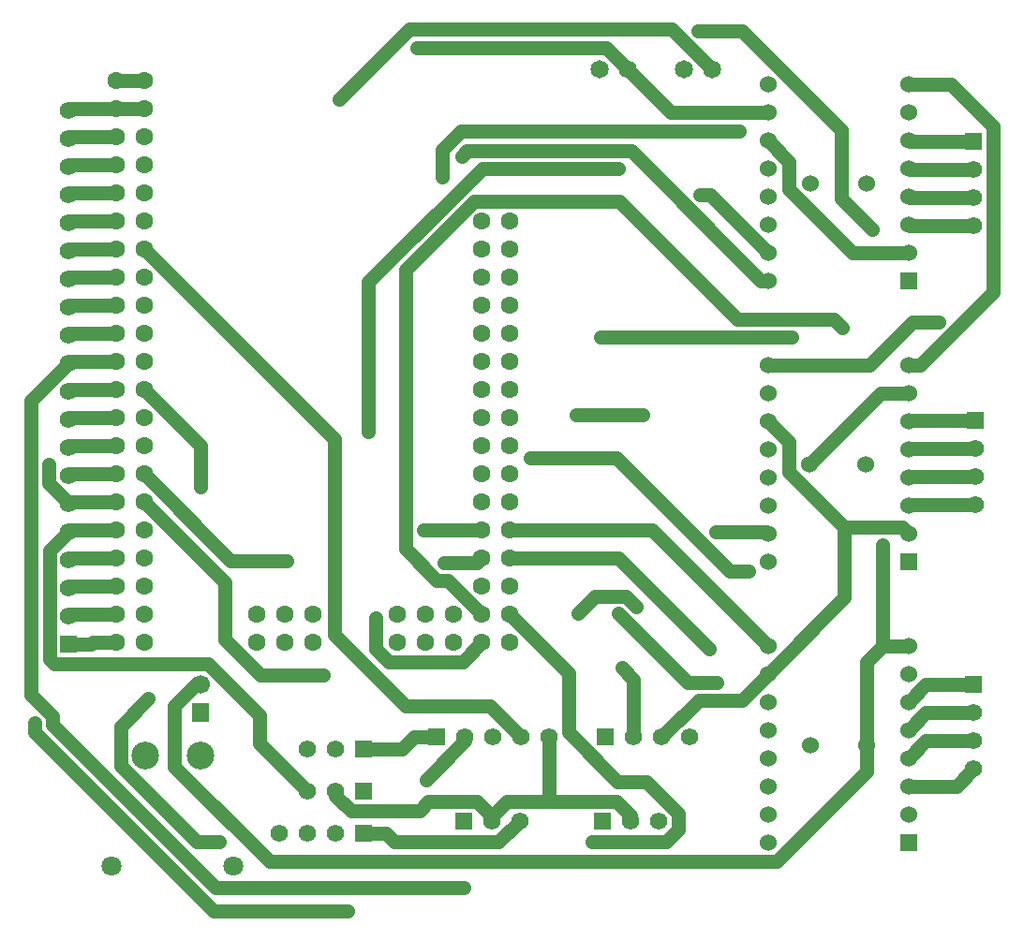
<source format=gtl>
G04 Layer: TopLayer*
G04 EasyEDA v6.5.54, 2026-02-03 19:04:38*
G04 9173210c2a1045c2b90a711feb310df5,b3696df828ae431383eed25e92d68677,10*
G04 Gerber Generator version 0.2*
G04 Scale: 100 percent, Rotated: No, Reflected: No *
G04 Dimensions in millimeters *
G04 leading zeros omitted , absolute positions ,4 integer and 5 decimal *
%FSLAX45Y45*%
%MOMM*%

%ADD10C,1.2540*%
%ADD11C,1.5240*%
%ADD12C,1.5748*%
%ADD13R,1.5748X1.5748*%
%ADD14R,1.5240X1.5240*%
%ADD15C,2.5000*%
%ADD16C,1.8000*%
%ADD17R,1.5748X1.7000*%
%ADD18R,0.0196X1.7000*%
%ADD19C,1.7000*%
%ADD20C,1.6510*%
%ADD21C,1.6000*%
%ADD22C,0.6100*%

%LPD*%
D10*
X8636000Y1778000D02*
G01*
X9619310Y1778000D01*
X10440543Y956767D01*
X12827000Y635000D02*
G01*
X12394184Y635000D01*
X12238481Y479297D01*
X12827000Y381000D02*
G01*
X12394184Y381000D01*
X12238481Y225297D01*
X12827000Y127000D02*
G01*
X12394184Y127000D01*
X12238481Y-28702D01*
X12827000Y-127000D02*
G01*
X12671297Y-282702D01*
X12238481Y-282702D01*
X12839700Y3022600D02*
G01*
X12241784Y3022600D01*
X12238481Y3019297D01*
X12839700Y2768600D02*
G01*
X12241784Y2768600D01*
X12238481Y2765297D01*
X12839700Y2514600D02*
G01*
X12241784Y2514600D01*
X12238481Y2511297D01*
X12839700Y2260600D02*
G01*
X12241784Y2260600D01*
X12238481Y2257297D01*
X12827000Y5549900D02*
G01*
X12247879Y5549900D01*
X12238481Y5559297D01*
X12827000Y5295900D02*
G01*
X12247879Y5295900D01*
X12238481Y5305297D01*
X12827000Y5041900D02*
G01*
X12247879Y5041900D01*
X12238481Y5051297D01*
X12827000Y4787900D02*
G01*
X12247879Y4787900D01*
X12238481Y4797297D01*
X8636000Y2032000D02*
G01*
X9923830Y2032000D01*
X10968685Y987145D01*
X5080000Y5588000D02*
G01*
X4660900Y5588000D01*
X4648200Y5575300D01*
X5080000Y5334000D02*
G01*
X4660900Y5334000D01*
X4648200Y5321300D01*
X5080000Y5080000D02*
G01*
X4660900Y5080000D01*
X4648200Y5067300D01*
X5080000Y4826000D02*
G01*
X4660900Y4826000D01*
X4648200Y4813300D01*
X5080000Y4572000D02*
G01*
X4660900Y4572000D01*
X4648200Y4559300D01*
X5080000Y4318000D02*
G01*
X4660900Y4318000D01*
X4648200Y4305300D01*
X5080000Y4064000D02*
G01*
X4660900Y4064000D01*
X4648200Y4051300D01*
X5080000Y3810000D02*
G01*
X4660900Y3810000D01*
X4648200Y3797300D01*
X5080000Y3302000D02*
G01*
X4660900Y3302000D01*
X4648200Y3289300D01*
X5080000Y3048000D02*
G01*
X4660900Y3048000D01*
X4648200Y3035300D01*
X5080000Y1778000D02*
G01*
X4660900Y1778000D01*
X4648200Y1765300D01*
X5080000Y1524000D02*
G01*
X4660900Y1524000D01*
X4648200Y1511300D01*
X5080000Y1270000D02*
G01*
X4660900Y1270000D01*
X4648200Y1257300D01*
X5080000Y1016000D02*
G01*
X4865115Y1016000D01*
X4852415Y1003300D01*
X4648200Y1003300D02*
G01*
X4852415Y1003300D01*
X5334000Y4572000D02*
G01*
X7049109Y2856890D01*
X7049109Y1090066D01*
X7694040Y445135D01*
X8457565Y445135D01*
X8737600Y165100D01*
X5080000Y2032000D02*
G01*
X4660900Y2032000D01*
X4648200Y2019300D01*
X6807200Y-330200D02*
G01*
X6373571Y103428D01*
X6373571Y361873D01*
X5910249Y825195D01*
X4516526Y825195D01*
X4474565Y867155D01*
X4474565Y1845665D01*
X4648200Y2019300D01*
X5080000Y2794000D02*
G01*
X4660900Y2794000D01*
X4648200Y2781300D01*
X5080000Y3556000D02*
G01*
X4660900Y3556000D01*
X4648200Y3543300D01*
X8216900Y-1196568D02*
G01*
X5974283Y-1196568D01*
X4502886Y274828D01*
X4502886Y352755D01*
X4311827Y543813D01*
X4311827Y3206927D01*
X4648200Y3543300D01*
X5080000Y2540000D02*
G01*
X4660900Y2540000D01*
X4648200Y2527300D01*
X8229600Y165100D02*
G01*
X8229600Y126695D01*
X7878749Y-224154D01*
X7358761Y2927095D02*
G01*
X7358761Y4276674D01*
X8385225Y5303138D01*
X9616643Y5303138D01*
X8382000Y2032000D02*
G01*
X7855965Y2032000D01*
X9616643Y1278331D02*
G01*
X10239044Y655929D01*
X10503788Y655929D01*
X9702800Y6197600D02*
G01*
X10087254Y5813145D01*
X10968685Y5813145D01*
X10968685Y5559145D02*
G01*
X11161242Y5366588D01*
X11161242Y5115940D01*
X11733885Y4543297D01*
X12238481Y4543297D01*
X7061200Y-330200D02*
G01*
X7061200Y-367868D01*
X7200138Y-506806D01*
X7817891Y-506806D01*
X7901431Y-423265D01*
X8334933Y-423265D01*
X8470900Y-559231D01*
X8470900Y-559231D02*
G01*
X8470900Y-596900D01*
X8991600Y-423240D02*
G01*
X8991600Y165100D01*
X8470900Y-559231D02*
G01*
X8606891Y-423240D01*
X8991600Y-423240D01*
X8991600Y-423240D02*
G01*
X9601200Y-423240D01*
X9728200Y-550240D01*
X9728200Y-596900D01*
X9702800Y6197600D02*
G01*
X9506661Y6393738D01*
X7796098Y6393738D01*
X10968685Y3019145D02*
G01*
X11154892Y2832938D01*
X11154892Y2559557D01*
X11657406Y2057044D01*
X12238481Y2003297D02*
G01*
X12184735Y2057044D01*
X11657406Y2057044D01*
X11657406Y2057044D02*
G01*
X11657406Y1421866D01*
X10968685Y733145D01*
X10007600Y165100D02*
G01*
X10340822Y498322D01*
X10733862Y498322D01*
X10968685Y733145D01*
X10495025Y2016048D02*
G01*
X10955781Y2016048D01*
X10968685Y2003145D01*
X9249130Y1282445D02*
G01*
X9402648Y1435963D01*
X9682886Y1435963D01*
X9776459Y1342389D01*
X9753600Y165100D02*
G01*
X9753600Y684580D01*
X9650349Y787831D01*
X4345279Y287477D02*
G01*
X4345279Y208534D01*
X5961837Y-1408023D01*
X7169429Y-1408023D01*
X4648200Y2279650D02*
G01*
X4648200Y2273300D01*
X5080000Y2286000D02*
G01*
X4654550Y2286000D01*
X4648200Y2279650D01*
X4648200Y2279650D02*
G01*
X4472000Y2455849D01*
X4472000Y2629560D01*
X6011214Y-786764D02*
G01*
X5802706Y-786764D01*
X5116804Y-100863D01*
X5116804Y260502D01*
X5367375Y511073D01*
X5334000Y2540000D02*
G01*
X6114389Y1759610D01*
X6623075Y1759610D01*
X5334000Y5842000D02*
G01*
X5080000Y5842000D01*
X5080000Y5842000D02*
G01*
X4660900Y5842000D01*
X4648200Y5829300D01*
X12238481Y3273297D02*
G01*
X11985497Y3273297D01*
X11341100Y2628900D01*
X7519415Y-711200D02*
G01*
X7596352Y-788136D01*
X8533663Y-788136D01*
X8724900Y-596900D01*
X7315200Y-711200D02*
G01*
X7519415Y-711200D01*
X7315200Y50800D02*
G01*
X7657084Y50800D01*
X7771384Y165100D01*
X7975600Y165100D02*
G01*
X7771384Y165100D01*
X5334000Y2286000D02*
G01*
X6057900Y1562100D01*
X6057900Y1043431D01*
X6381750Y719581D01*
X6946011Y719581D01*
X5334000Y3302000D02*
G01*
X5839434Y2796565D01*
X5839434Y2425369D01*
X12512141Y3916984D02*
G01*
X12276124Y3916984D01*
X11886285Y3527145D01*
X10968685Y3527145D01*
X8636000Y1270000D02*
G01*
X9165234Y740765D01*
X9165234Y203200D01*
X9607499Y-239064D01*
X9870338Y-239064D01*
X10157993Y-526719D01*
X10157993Y-676681D01*
X10051922Y-782751D01*
X9381591Y-782751D01*
X7422768Y1238377D02*
G01*
X7422768Y959485D01*
X7541183Y841070D01*
X8207070Y841070D01*
X8382000Y1016000D01*
X10464800Y6197600D02*
G01*
X10095331Y6567068D01*
X7729474Y6567068D01*
X7094093Y5931687D01*
X10968685Y4289145D02*
G01*
X10904931Y4289145D01*
X9732035Y5462041D01*
X8246795Y5462041D01*
X8200466Y5415711D01*
X5080000Y6096000D02*
G01*
X5334000Y6096000D01*
X11913438Y4751070D02*
G01*
X11632945Y5031562D01*
X11632945Y5649544D01*
X10733049Y6549440D01*
X10336656Y6549440D01*
X11185194Y3780459D02*
G01*
X9459010Y3780459D01*
X8382000Y1778000D02*
G01*
X8340166Y1736166D01*
X8042833Y1736166D01*
X10705465Y5638647D02*
G01*
X8194624Y5638647D01*
X8026984Y5471007D01*
X8026984Y5231231D01*
X10350322Y5066639D02*
G01*
X10445191Y5066639D01*
X10968685Y4543145D01*
X9236532Y3073984D02*
G01*
X9835921Y3073984D01*
X5842000Y635000D02*
G01*
X5798058Y635000D01*
X5605881Y442823D01*
X5605881Y-102971D01*
X6466255Y-963345D01*
X11049228Y-963345D01*
X11861800Y-150774D01*
X11861800Y88900D01*
X12238481Y987297D02*
G01*
X12003963Y987297D01*
X11861800Y88900D02*
G01*
X11861800Y845134D01*
X12003963Y987297D01*
X12003963Y987297D02*
G01*
X12003963Y1898243D01*
X12238481Y3527297D02*
G01*
X12345365Y3527297D01*
X13002107Y4184040D01*
X13002107Y5687415D01*
X12622225Y6067297D01*
X12238481Y6067297D01*
X8818879Y2690139D02*
G01*
X9598050Y2690139D01*
X10626521Y1661668D01*
X10795939Y1661668D01*
X11638406Y3865854D02*
G01*
X11566194Y3938066D01*
X10688802Y3938066D01*
X9623577Y5003292D01*
X8308695Y5003292D01*
X7693736Y4388332D01*
X7693736Y1862353D01*
X7977530Y1578559D01*
X8073440Y1578559D01*
X8382000Y1270000D01*
D11*
G01*
X11353800Y5168900D03*
G01*
X11861800Y5168900D03*
G01*
X11849100Y2628900D03*
G01*
X11341100Y2628900D03*
G01*
X11861800Y88900D03*
G01*
X11353800Y88900D03*
D12*
G01*
X4648200Y5829300D03*
G01*
X4648200Y5575300D03*
G01*
X4648200Y5321300D03*
G01*
X4648200Y5067300D03*
G01*
X4648200Y4813300D03*
G01*
X4648200Y4559300D03*
G01*
X4648200Y4305300D03*
G01*
X4648200Y4051300D03*
G01*
X4648200Y3797300D03*
G01*
X4648200Y3543300D03*
G01*
X4648200Y3289300D03*
G01*
X4648200Y3035300D03*
G01*
X4648200Y2781300D03*
G01*
X4648200Y2527300D03*
G01*
X4648200Y2273300D03*
G01*
X4648200Y2019300D03*
G01*
X4648200Y1765300D03*
G01*
X4648200Y1511300D03*
G01*
X4648200Y1257300D03*
D13*
G01*
X4648200Y1003300D03*
D12*
G01*
X8991600Y165100D03*
G01*
X8737600Y165100D03*
G01*
X8483600Y165100D03*
G01*
X8229600Y165100D03*
D13*
G01*
X7975600Y165100D03*
G01*
X9499600Y165100D03*
D12*
G01*
X9753600Y165100D03*
G01*
X10007600Y165100D03*
G01*
X10261600Y165100D03*
G01*
X9982200Y-596900D03*
G01*
X9728200Y-596900D03*
D13*
G01*
X9474200Y-596900D03*
D12*
G01*
X8724900Y-596900D03*
G01*
X8470900Y-596900D03*
D13*
G01*
X8216900Y-596900D03*
D12*
G01*
X6807200Y-330200D03*
G01*
X7061200Y-330200D03*
D13*
G01*
X7315200Y-330200D03*
D12*
G01*
X6807200Y50800D03*
G01*
X7061200Y50800D03*
D13*
G01*
X7315200Y50800D03*
G01*
X7315200Y-711200D03*
D12*
G01*
X7061200Y-711200D03*
G01*
X6807200Y-711200D03*
G01*
X6553200Y-711200D03*
D14*
G01*
X12238481Y-790702D03*
D11*
G01*
X12238481Y-536702D03*
G01*
X12238481Y-282702D03*
G01*
X12238481Y-28702D03*
G01*
X12238481Y225297D03*
G01*
X12238481Y479297D03*
G01*
X12238481Y733297D03*
G01*
X12238481Y987297D03*
G01*
X10968685Y987145D03*
G01*
X10968685Y733145D03*
G01*
X10968685Y479145D03*
G01*
X10968685Y225145D03*
G01*
X10968685Y-28854D03*
G01*
X10968685Y-282854D03*
G01*
X10968685Y-536854D03*
G01*
X10968685Y-790854D03*
D14*
G01*
X12238481Y4289297D03*
D11*
G01*
X12238481Y4543297D03*
G01*
X12238481Y4797297D03*
G01*
X12238481Y5051297D03*
G01*
X12238481Y5305297D03*
G01*
X12238481Y5559297D03*
G01*
X12238481Y5813297D03*
G01*
X12238481Y6067297D03*
G01*
X10968685Y6067145D03*
G01*
X10968685Y5813145D03*
G01*
X10968685Y5559145D03*
G01*
X10968685Y5305145D03*
G01*
X10968685Y5051145D03*
G01*
X10968685Y4797145D03*
G01*
X10968685Y4543145D03*
G01*
X10968685Y4289145D03*
D14*
G01*
X12238481Y1749297D03*
D11*
G01*
X12238481Y2003297D03*
G01*
X12238481Y2257297D03*
G01*
X12238481Y2511297D03*
G01*
X12238481Y2765297D03*
G01*
X12238481Y3019297D03*
G01*
X12238481Y3273297D03*
G01*
X12238481Y3527297D03*
G01*
X10968685Y3527145D03*
G01*
X10968685Y3273145D03*
G01*
X10968685Y3019145D03*
G01*
X10968685Y2765145D03*
G01*
X10968685Y2511145D03*
G01*
X10968685Y2257145D03*
G01*
X10968685Y2003145D03*
G01*
X10968685Y1749145D03*
D13*
G01*
X12827000Y635000D03*
D12*
G01*
X12827000Y381000D03*
G01*
X12827000Y127000D03*
G01*
X12827000Y-127000D03*
D15*
G01*
X5338013Y-8001D03*
G01*
X5837986Y-8001D03*
D16*
G01*
X6138011Y-1007998D03*
G01*
X5037988Y-1007998D03*
D13*
G01*
X12839700Y3022600D03*
D12*
G01*
X12839700Y2768600D03*
G01*
X12839700Y2514600D03*
G01*
X12839700Y2260600D03*
D13*
G01*
X12827000Y5549900D03*
D12*
G01*
X12827000Y5295900D03*
G01*
X12827000Y5041900D03*
G01*
X12827000Y4787900D03*
D17*
G01*
X5842000Y381000D03*
D19*
G01*
X5842000Y635000D03*
D20*
G01*
X9702800Y6197600D03*
G01*
X9448800Y6197600D03*
D21*
G01*
X5080000Y6096000D03*
G01*
X5080000Y5842000D03*
G01*
X5080000Y5588000D03*
G01*
X5080000Y5334000D03*
G01*
X5080000Y5080000D03*
G01*
X5080000Y4826000D03*
G01*
X5080000Y4572000D03*
G01*
X5080000Y4318000D03*
G01*
X5080000Y4064000D03*
G01*
X5080000Y3810000D03*
G01*
X5080000Y3556000D03*
G01*
X5080000Y3302000D03*
G01*
X5080000Y3048000D03*
G01*
X5080000Y2794000D03*
G01*
X5080000Y2540000D03*
G01*
X5080000Y2286000D03*
G01*
X5080000Y2032000D03*
G01*
X5080000Y1778000D03*
G01*
X5080000Y1524000D03*
G01*
X5080000Y1270000D03*
G01*
X5080000Y1016000D03*
G01*
X5334000Y1016000D03*
G01*
X5334000Y1270000D03*
G01*
X5334000Y1524000D03*
G01*
X5334000Y1778000D03*
G01*
X5334000Y2032000D03*
G01*
X5334000Y2286000D03*
G01*
X5334000Y2540000D03*
G01*
X5334000Y2794000D03*
G01*
X5334000Y3048000D03*
G01*
X5334000Y3302000D03*
G01*
X5334000Y3556000D03*
G01*
X5334000Y3810000D03*
G01*
X5334000Y4064000D03*
G01*
X5334000Y4318000D03*
G01*
X5334000Y4572000D03*
G01*
X5334000Y4826000D03*
G01*
X5334000Y5080000D03*
G01*
X5334000Y5334000D03*
G01*
X5334000Y5588000D03*
G01*
X5334000Y5842000D03*
G01*
X5334000Y6096000D03*
G01*
X6350000Y1016000D03*
G01*
X6604000Y1016000D03*
G01*
X6858000Y1016000D03*
G01*
X6858000Y1270000D03*
G01*
X6604000Y1270000D03*
G01*
X6350000Y1270000D03*
G01*
X8382000Y4826000D03*
G01*
X8382000Y4572000D03*
G01*
X8382000Y4318000D03*
G01*
X8382000Y4064000D03*
G01*
X8382000Y3810000D03*
G01*
X8382000Y3556000D03*
G01*
X8382000Y3302000D03*
G01*
X8382000Y3048000D03*
G01*
X8382000Y2794000D03*
G01*
X8382000Y2540000D03*
G01*
X8382000Y2286000D03*
G01*
X8382000Y2032000D03*
G01*
X8382000Y1778000D03*
G01*
X8382000Y1524000D03*
G01*
X8382000Y1270000D03*
G01*
X8382000Y1016000D03*
G01*
X8636000Y1016000D03*
G01*
X8636000Y1270000D03*
G01*
X8636000Y1524000D03*
G01*
X8636000Y1778000D03*
G01*
X8636000Y2032000D03*
G01*
X8636000Y2286000D03*
G01*
X8636000Y2540000D03*
G01*
X8636000Y2794000D03*
G01*
X8636000Y3048000D03*
G01*
X8636000Y3302000D03*
G01*
X8636000Y3556000D03*
G01*
X8636000Y3810000D03*
G01*
X8636000Y4064000D03*
G01*
X8636000Y4318000D03*
G01*
X8636000Y4572000D03*
G01*
X8636000Y4826000D03*
G01*
X8128000Y1016000D03*
G01*
X7874000Y1016000D03*
G01*
X7620000Y1016000D03*
G01*
X7620000Y1270000D03*
G01*
X7874000Y1270000D03*
G01*
X8128000Y1270000D03*
D20*
G01*
X10464800Y6197600D03*
G01*
X10210800Y6197600D03*
D22*
G01*
X11638406Y3865854D03*
G01*
X8818879Y2690139D03*
G01*
X10795939Y1661668D03*
G01*
X12003963Y1898243D03*
G01*
X10350322Y5066639D03*
G01*
X9835921Y3073984D03*
G01*
X9236532Y3073984D03*
G01*
X8026984Y5231231D03*
G01*
X10705465Y5638647D03*
G01*
X8042833Y1736166D03*
G01*
X11185194Y3780459D03*
G01*
X9459010Y3780459D03*
G01*
X11913438Y4751070D03*
G01*
X10336656Y6549440D03*
G01*
X8200466Y5415711D03*
G01*
X7422768Y1238377D03*
G01*
X7094093Y5931687D03*
G01*
X12512141Y3916984D03*
G01*
X9381591Y-782751D03*
G01*
X5839434Y2425369D03*
G01*
X6946011Y719581D03*
G01*
X6623075Y1759610D03*
G01*
X6011214Y-786764D03*
G01*
X5367375Y511073D03*
G01*
X7169429Y-1408023D03*
G01*
X4345279Y287477D03*
G01*
X4472000Y2629560D03*
G01*
X9650349Y787831D03*
G01*
X10495025Y2016048D03*
G01*
X9776459Y1342389D03*
G01*
X9249130Y1282445D03*
G01*
X7796098Y6393738D03*
G01*
X10503788Y655929D03*
G01*
X9616643Y1278331D03*
G01*
X9616643Y5303138D03*
G01*
X7358761Y2927095D03*
G01*
X7855965Y2032000D03*
G01*
X7878749Y-224154D03*
G01*
X8216900Y-1196568D03*
G01*
X10440543Y956767D03*
M02*

</source>
